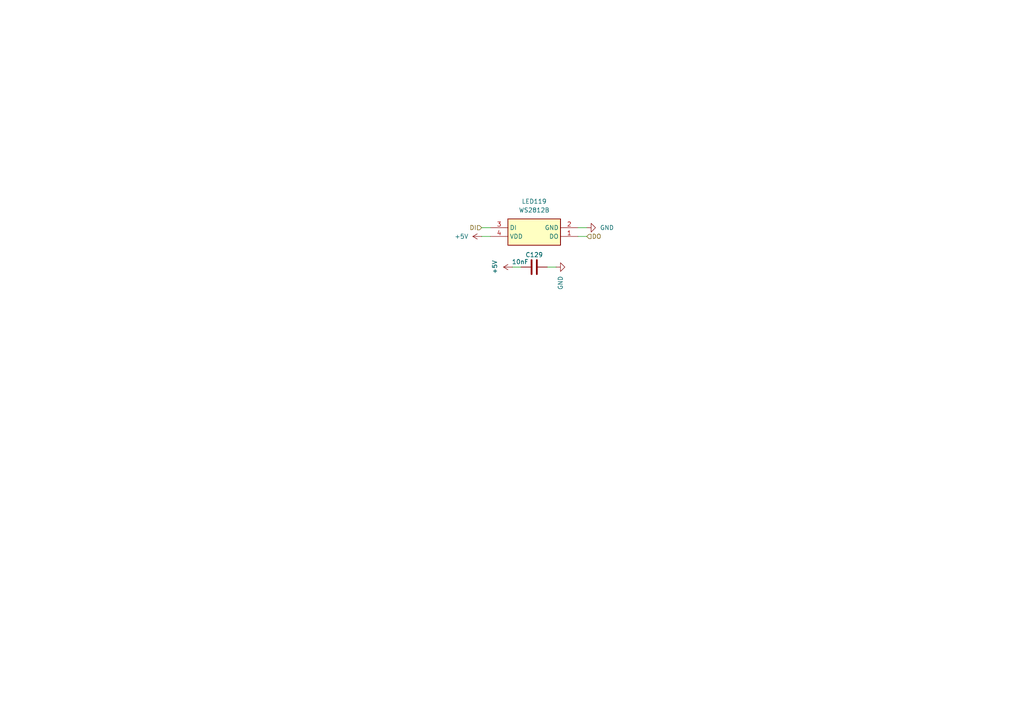
<source format=kicad_sch>
(kicad_sch (version 20231120) (generator "eeschema") (generator_version "8.0")
  (paper "A4")
  (lib_symbols
    (symbol "Device:C" (pin_numbers hide) (pin_names (offset 0.254))
      (property "Reference" "C" (at 0.635 2.54 0))
      (property "Value" "C" (at 0.635 -2.54 0))
      (symbol "C_0_1"
        (polyline (pts (xy -2.032 -0.762) (xy 2.032 -0.762)) (stroke (width 0.508)))
        (polyline (pts (xy -2.032 0.762) (xy 2.032 0.762)) (stroke (width 0.508)))
      )
      (symbol "C_1_1"
        (pin passive line (at 0 3.81 270) (length 2.794) (name "~") (number "1"))
        (pin passive line (at 0 -3.81 90) (length 2.794) (name "~") (number "2"))
      )
    )
    (symbol "XINGLIGHT XL-1515RGBC-WS2812B:XINGLIGHT_XL-1515RGBC-WS2812B"
      (property "Reference" "LED" (at 21.59 7.62 0))
      (property "Value" "WS2812B" (at 21.59 5.08 0))
      (symbol "XINGLIGHT_XL-1515RGBC-WS2812B_1_1"
        (rectangle (start 5.08 2.54) (end 20.32 -5.08) (stroke (width 0.254)) (fill (type background)))
        (pin passive line (at 25.4 -2.54 180) (length 5.08) (name "DO") (number "1"))
        (pin passive line (at 25.4 0 180) (length 5.08) (name "GND") (number "2"))
        (pin passive line (at 0 0 0) (length 5.08) (name "DI") (number "3"))
        (pin passive line (at 0 -2.54 0) (length 5.08) (name "VDD") (number "4"))
      )
    )
    (symbol "power:+5V" (power) (pin_numbers hide) (pin_names (offset 0) hide)
      (property "Value" "+5V" (at 0 3.556 0))
      (symbol "+5V_0_1"
        (polyline (pts (xy -0.762 1.27) (xy 0 2.54)))
        (polyline (pts (xy 0 0) (xy 0 2.54)))
        (polyline (pts (xy 0 2.54) (xy 0.762 1.27)))
      )
      (symbol "+5V_1_1"
        (pin power_in line (at 0 0 90) (length 0) (name "~") (number "1"))
      )
    )
    (symbol "power:GND" (power) (pin_numbers hide) (pin_names (offset 0) hide)
      (property "Value" "GND" (at 0 -3.81 0))
      (symbol "GND_0_1"
        (polyline (pts (xy 0 0) (xy 0 -1.27) (xy 1.27 -1.27) (xy 0 -2.54) (xy -1.27 -1.27) (xy 0 -1.27)))
      )
      (symbol "GND_1_1"
        (pin power_in line (at 0 0 270) (length 0) (name "~") (number "1"))
      )
    )
  )
  (wire (pts (xy 170.18 66.04) (xy 167.64 66.04)))
  (wire (pts (xy 139.7 66.04) (xy 142.24 66.04)))
  (wire (pts (xy 139.7 68.58) (xy 142.24 68.58)))
  (wire (pts (xy 151.13 77.47) (xy 148.59 77.47)))
  (wire (pts (xy 161.29 77.47) (xy 158.75 77.47)))
  (wire (pts (xy 170.18 68.58) (xy 167.64 68.58)))
  (hierarchical_label "DI" (shape input) (at 139.7 66.04 180))
  (hierarchical_label "DO" (shape input) (at 170.18 68.58 0))
  (symbol (lib_id "power:+5V") (at 139.7 68.58 90) (unit 1)
    (property "Reference" "#PWR0202" (effects (hide yes)))
    (property "Value" "+5V" (at 135.89 68.5799 90) (effects (justify left)))
    (property "Description" "Power symbol creates a global label with name \"+5V\"" (effects (hide yes)))
    (instances (project "Slider_v0.2" (path "" (reference "#PWR0202") (unit 1)) (path "" (reference "#PWR0130") (unit 1)) (path "" (reference "#PWR0246") (unit 1)) (path "" (reference "#PWR0226") (unit 1)) (path "" (reference "#PWR0234") (unit 1)) (path "" (reference "#PWR0162") (unit 1)) (path "" (reference "#PWR0230") (unit 1)) (path "" (reference "#PWR0218") (unit 1)) (path "" (reference "#PWR0194") (unit 1)) (path "" (reference "#PWR0190") (unit 1)) (path "" (reference "#PWR0150") (unit 1)) (path "" (reference "#PWR0182") (unit 1)) (path "" (reference "#PWR0206") (unit 1)) (path "" (reference "#PWR0214") (unit 1)) (path "" (reference "#PWR0174") (unit 1)) (path "" (reference "#PWR0198") (unit 1)) (path "" (reference "#PWR0186") (unit 1)) (path "" (reference "#PWR0250") (unit 1)) (path "" (reference "#PWR0154") (unit 1)) (path "" (reference "#PWR0242") (unit 1)) (path "" (reference "#PWR0222") (unit 1)) (path "" (reference "#PWR0134") (unit 1)) (path "" (reference "#PWR0170") (unit 1)) (path "" (reference "#PWR0210") (unit 1)) (path "" (reference "#PWR0146") (unit 1)) (path "" (reference "#PWR0142") (unit 1)) (path "" (reference "#PWR0178") (unit 1)) (path "" (reference "#PWR0238") (unit 1)) (path "" (reference "#PWR0158") (unit 1)) (path "" (reference "#PWR0138") (unit 1)) (path "" (reference "#PWR0254") (unit 1)) (path "" (reference "#PWR0166") (unit 1))))
  )
  (symbol (lib_id "power:GND") (at 161.29 77.47 90) (unit 1)
    (property "Reference" "#PWR0204" (effects (hide yes)))
    (property "Value" "GND" (at 162.5601 80.01 0) (effects (justify right)))
    (property "Description" "Power symbol creates a global label with name \"GND\" , ground" (effects (hide yes)))
    (instances (project "Slider_v0.2" (path "" (reference "#PWR0204") (unit 1)) (path "" (reference "#PWR0132") (unit 1)) (path "" (reference "#PWR0248") (unit 1)) (path "" (reference "#PWR0228") (unit 1)) (path "" (reference "#PWR0236") (unit 1)) (path "" (reference "#PWR0164") (unit 1)) (path "" (reference "#PWR0232") (unit 1)) (path "" (reference "#PWR0220") (unit 1)) (path "" (reference "#PWR0196") (unit 1)) (path "" (reference "#PWR0192") (unit 1)) (path "" (reference "#PWR0152") (unit 1)) (path "" (reference "#PWR0184") (unit 1)) (path "" (reference "#PWR0208") (unit 1)) (path "" (reference "#PWR0216") (unit 1)) (path "" (reference "#PWR0176") (unit 1)) (path "" (reference "#PWR0200") (unit 1)) (path "" (reference "#PWR0188") (unit 1)) (path "" (reference "#PWR0252") (unit 1)) (path "" (reference "#PWR0156") (unit 1)) (path "" (reference "#PWR0244") (unit 1)) (path "" (reference "#PWR0224") (unit 1)) (path "" (reference "#PWR0136") (unit 1)) (path "" (reference "#PWR0172") (unit 1)) (path "" (reference "#PWR0212") (unit 1)) (path "" (reference "#PWR0148") (unit 1)) (path "" (reference "#PWR0144") (unit 1)) (path "" (reference "#PWR0180") (unit 1)) (path "" (reference "#PWR0240") (unit 1)) (path "" (reference "#PWR0160") (unit 1)) (path "" (reference "#PWR0140") (unit 1)) (path "" (reference "#PWR0256") (unit 1)) (path "" (reference "#PWR0168") (unit 1))))
  )
  (symbol (lib_id "XINGLIGHT XL-1515RGBC-WS2812B:XINGLIGHT_XL-1515RGBC-WS2812B") (at 142.24 66.04 0) (unit 1)
    (property "Reference" "LED119" (at 154.94 58.42 0))
    (property "Value" "WS2812B" (at 154.94 60.96 0))
    (property "Footprint" "XINGLIGHT-XL-1515RGBC-WS2812B:XINGLIGHT XL-1515RGBC-WS2812B" (effects (hide yes)))
    (property "Datasheet" "https://cdn-shop.adafruit.com/product-files/4684/4684_WS2812B-2020_V1.3_EN.pdf" (effects (hide yes)))
    (property "Description" "XINGLIGHT XL-1515RGBC-WS2812B" (effects (hide yes)))
    (property "Height" "0.84" (effects (hide yes)))
    (property "Mouser Part Number" "485-4684" (effects (hide yes)))
    (property "Mouser Price/Stock" "https://www.mouser.co.uk/ProductDetail/Adafruit/4684?qs=DPoM0jnrROWIv9%2FMCIm5vw%3D%3D" (effects (hide yes)))
    (property "Manufacturer_Name" "Adafruit" (effects (hide yes)))
    (property "Manufacturer_Part_Number" "4684" (effects (hide yes)))
    (instances (project "Slider_v0.2" (path "" (reference "LED119") (unit 1)) (path "" (reference "LED102") (unit 1)) (path "" (reference "LED130") (unit 1)) (path "" (reference "LED125") (unit 1)) (path "" (reference "LED127") (unit 1)) (path "" (reference "LED109") (unit 1)) (path "" (reference "LED126") (unit 1)) (path "" (reference "LED123") (unit 1)) (path "" (reference "LED117") (unit 1)) (path "" (reference "LED116") (unit 1)) (path "" (reference "LED106") (unit 1)) (path "" (reference "LED114") (unit 1)) (path "" (reference "LED120") (unit 1)) (path "" (reference "LED122") (unit 1)) (path "" (reference "LED112") (unit 1)) (path "" (reference "LED118") (unit 1)) (path "" (reference "LED115") (unit 1)) (path "" (reference "LED131") (unit 1)) (path "" (reference "LED107") (unit 1)) (path "" (reference "LED129") (unit 1)) (path "" (reference "LED124") (unit 1)) (path "" (reference "LED101") (unit 1)) (path "" (reference "LED111") (unit 1)) (path "" (reference "LED121") (unit 1)) (path "" (reference "LED105") (unit 1)) (path "" (reference "LED104") (unit 1)) (path "" (reference "LED113") (unit 1)) (path "" (reference "LED128") (unit 1)) (path "" (reference "LED108") (unit 1)) (path "" (reference "LED103") (unit 1)) (path "" (reference "LED132") (unit 1)) (path "" (reference "LED110") (unit 1))))
  )
  (symbol (lib_id "Device:C") (at 154.94 77.47 90) (unit 1)
    (property "Reference" "C129" (at 154.94 73.914 90))
    (property "Value" "10nF" (at 150.876 75.946 90))
    (property "Footprint" "Capacitor_SMD:C_0402_1005Metric" (effects (hide yes)))
    (property "Description" "Unpolarized capacitor" (effects (hide yes)))
    (instances (project "Slider_v0.2" (path "" (reference "C129") (unit 1)) (path "" (reference "C111") (unit 1)) (path "" (reference "C140") (unit 1)) (path "" (reference "C135") (unit 1)) (path "" (reference "C137") (unit 1)) (path "" (reference "C119") (unit 1)) (path "" (reference "C136") (unit 1)) (path "" (reference "C133") (unit 1)) (path "" (reference "C127") (unit 1)) (path "" (reference "C126") (unit 1)) (path "" (reference "C116") (unit 1)) (path "" (reference "C124") (unit 1)) (path "" (reference "C130") (unit 1)) (path "" (reference "C132") (unit 1)) (path "" (reference "C122") (unit 1)) (path "" (reference "C128") (unit 1)) (path "" (reference "C125") (unit 1)) (path "" (reference "C141") (unit 1)) (path "" (reference "C117") (unit 1)) (path "" (reference "C139") (unit 1)) (path "" (reference "C134") (unit 1)) (path "" (reference "C112") (unit 1)) (path "" (reference "C121") (unit 1)) (path "" (reference "C131") (unit 1)) (path "" (reference "C115") (unit 1)) (path "" (reference "C114") (unit 1)) (path "" (reference "C123") (unit 1)) (path "" (reference "C138") (unit 1)) (path "" (reference "C118") (unit 1)) (path "" (reference "C113") (unit 1)) (path "" (reference "C142") (unit 1)) (path "" (reference "C120") (unit 1))))
  )
  (symbol (lib_id "power:GND") (at 170.18 66.04 90) (unit 1)
    (property "Reference" "#PWR0205" (effects (hide yes)))
    (property "Value" "GND" (at 173.99 66.0399 90) (effects (justify right)))
    (property "Description" "Power symbol creates a global label with name \"GND\" , ground" (effects (hide yes)))
    (instances (project "Slider_v0.2" (path "" (reference "#PWR0205") (unit 1)) (path "" (reference "#PWR0133") (unit 1)) (path "" (reference "#PWR0249") (unit 1)) (path "" (reference "#PWR0229") (unit 1)) (path "" (reference "#PWR0237") (unit 1)) (path "" (reference "#PWR0165") (unit 1)) (path "" (reference "#PWR0233") (unit 1)) (path "" (reference "#PWR0221") (unit 1)) (path "" (reference "#PWR0197") (unit 1)) (path "" (reference "#PWR0193") (unit 1)) (path "" (reference "#PWR0153") (unit 1)) (path "" (reference "#PWR0185") (unit 1)) (path "" (reference "#PWR0209") (unit 1)) (path "" (reference "#PWR0217") (unit 1)) (path "" (reference "#PWR0177") (unit 1)) (path "" (reference "#PWR0201") (unit 1)) (path "" (reference "#PWR0189") (unit 1)) (path "" (reference "#PWR0253") (unit 1)) (path "" (reference "#PWR0157") (unit 1)) (path "" (reference "#PWR0245") (unit 1)) (path "" (reference "#PWR0225") (unit 1)) (path "" (reference "#PWR0137") (unit 1)) (path "" (reference "#PWR0173") (unit 1)) (path "" (reference "#PWR0213") (unit 1)) (path "" (reference "#PWR0149") (unit 1)) (path "" (reference "#PWR0145") (unit 1)) (path "" (reference "#PWR0181") (unit 1)) (path "" (reference "#PWR0241") (unit 1)) (path "" (reference "#PWR0161") (unit 1)) (path "" (reference "#PWR0141") (unit 1)) (path "" (reference "#PWR0257") (unit 1)) (path "" (reference "#PWR0169") (unit 1))))
  )
  (symbol (lib_id "power:+5V") (at 148.59 77.47 90) (unit 1)
    (property "Reference" "#PWR0203" (effects (hide yes)))
    (property "Value" "+5V" (at 143.51 77.47 0))
    (property "Description" "Power symbol creates a global label with name \"+5V\"" (effects (hide yes)))
    (instances (project "Slider_v0.2" (path "" (reference "#PWR0203") (unit 1)) (path "" (reference "#PWR0131") (unit 1)) (path "" (reference "#PWR0247") (unit 1)) (path "" (reference "#PWR0227") (unit 1)) (path "" (reference "#PWR0235") (unit 1)) (path "" (reference "#PWR0163") (unit 1)) (path "" (reference "#PWR0231") (unit 1)) (path "" (reference "#PWR0219") (unit 1)) (path "" (reference "#PWR0195") (unit 1)) (path "" (reference "#PWR0191") (unit 1)) (path "" (reference "#PWR0151") (unit 1)) (path "" (reference "#PWR0183") (unit 1)) (path "" (reference "#PWR0207") (unit 1)) (path "" (reference "#PWR0215") (unit 1)) (path "" (reference "#PWR0175") (unit 1)) (path "" (reference "#PWR0199") (unit 1)) (path "" (reference "#PWR0187") (unit 1)) (path "" (reference "#PWR0251") (unit 1)) (path "" (reference "#PWR0155") (unit 1)) (path "" (reference "#PWR0243") (unit 1)) (path "" (reference "#PWR0223") (unit 1)) (path "" (reference "#PWR0135") (unit 1)) (path "" (reference "#PWR0171") (unit 1)) (path "" (reference "#PWR0211") (unit 1)) (path "" (reference "#PWR0147") (unit 1)) (path "" (reference "#PWR0143") (unit 1)) (path "" (reference "#PWR0179") (unit 1)) (path "" (reference "#PWR0239") (unit 1)) (path "" (reference "#PWR0159") (unit 1)) (path "" (reference "#PWR0139") (unit 1)) (path "" (reference "#PWR0255") (unit 1)) (path "" (reference "#PWR0167") (unit 1))))
  )
)
</source>
